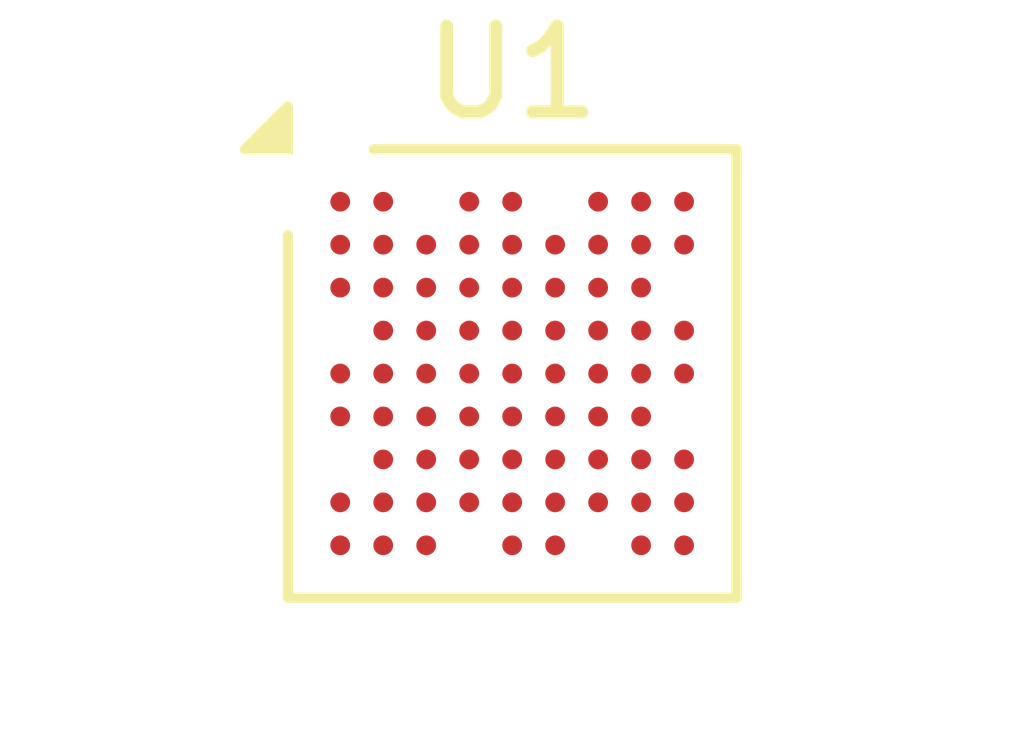
<source format=kicad_pcb>
(kicad_pcb (version 20240108) (generator "pcbnew") (generator_version "8.0")
  (layers (0 "F.Cu" signal) (31 "B.Cu" signal) (34 "B.Paste" user) (35 "F.Paste" user) (36 "B.SilkS" user "B.Silkscreen") (37 "F.SilkS" user "F.Silkscreen") (38 "B.Mask" user) (39 "F.Mask" user) (44 "Edge.Cuts" user))
  (net 0 "")
  (net 3 "Net-(U1-VSSRF-PadG6)")
  (net 7 "Net-(U1-VSS-PadB7)")
  (footprint "Package_BGA:ST_UFBGA-73_5x5mm_Layout9x9_P0.5mm" (layer "F.Cu") (at 138.5 95)
    (property "Reference" "U1" (at 0 -3.5 0) (layer "F.SilkS"))
    (property "Value" "STM32WL55JCIx")
    (fp_line (start -2.61 2.61) (end -2.61 -1.61) (stroke (width 0.12)) (layer "F.SilkS"))
    (fp_line (start -1.61 -2.61) (end 2.61 -2.61) (stroke (width 0.12)) (layer "F.SilkS"))
    (fp_line (start 2.61 -2.61) (end 2.61 2.61) (stroke (width 0.12)) (layer "F.SilkS"))
    (fp_line (start 2.61 2.61) (end -2.61 2.61) (stroke (width 0.12)) (layer "F.SilkS"))
    (fp_poly (pts (xy -2.61 -2.61) (xy -3.11 -2.61) (xy -2.61 -3.11) (xy -2.61 -2.61)) (stroke (width 0.12)) (fill solid) (layer "F.SilkS"))
    (pad "A1" smd circle (at -2 -2) (size 0.23 0.23) (property pad_prop_bga) (layers "F.Cu" "F.Paste" "F.Mask"))
    (pad "A2" smd circle (at -1.5 -2) (size 0.23 0.23) (property pad_prop_bga) (layers "F.Cu" "F.Paste" "F.Mask"))
    (pad "A4" smd circle (at -0.5 -2) (size 0.23 0.23) (property pad_prop_bga) (layers "F.Cu" "F.Paste" "F.Mask"))
    (pad "A5" smd circle (at 0 -2) (size 0.23 0.23) (property pad_prop_bga) (layers "F.Cu" "F.Paste" "F.Mask"))
    (pad "A7" smd circle (at 1 -2) (size 0.23 0.23) (property pad_prop_bga) (layers "F.Cu" "F.Paste" "F.Mask"))
    (pad "A8" smd circle (at 1.5 -2) (size 0.23 0.23) (property pad_prop_bga) (layers "F.Cu" "F.Paste" "F.Mask"))
    (pad "A9" smd circle (at 2 -2) (size 0.23 0.23) (property pad_prop_bga) (layers "F.Cu" "F.Paste" "F.Mask"))
    (pad "B1" smd circle (at -2 -1.5) (size 0.23 0.23) (property pad_prop_bga) (layers "F.Cu" "F.Paste" "F.Mask"))
    (pad "B2" smd circle (at -1.5 -1.5) (size 0.23 0.23) (property pad_prop_bga) (layers "F.Cu" "F.Paste" "F.Mask"))
    (pad "B3" smd circle (at -1 -1.5) (size 0.23 0.23) (property pad_prop_bga) (layers "F.Cu" "F.Paste" "F.Mask"))
    (pad "B4" smd circle (at -0.5 -1.5) (size 0.23 0.23) (property pad_prop_bga) (layers "F.Cu" "F.Paste" "F.Mask"))
    (pad "B5" smd circle (at 0 -1.5) (size 0.23 0.23) (property pad_prop_bga) (layers "F.Cu" "F.Paste" "F.Mask"))
    (pad "B6" smd circle (at 0.5 -1.5) (size 0.23 0.23) (property pad_prop_bga) (layers "F.Cu" "F.Paste" "F.Mask"))
    (pad "B7" smd circle (at 1 -1.5) (size 0.23 0.23) (property pad_prop_bga) (layers "F.Cu" "F.Paste" "F.Mask") (net 7 "Net-(U1-VSS-PadB7)"))
    (pad "B8" smd circle (at 1.5 -1.5) (size 0.23 0.23) (property pad_prop_bga) (layers "F.Cu" "F.Paste" "F.Mask"))
    (pad "B9" smd circle (at 2 -1.5) (size 0.23 0.23) (property pad_prop_bga) (layers "F.Cu" "F.Paste" "F.Mask"))
    (pad "C1" smd circle (at -2 -1) (size 0.23 0.23) (property pad_prop_bga) (layers "F.Cu" "F.Paste" "F.Mask"))
    (pad "C2" smd circle (at -1.5 -1) (size 0.23 0.23) (property pad_prop_bga) (layers "F.Cu" "F.Paste" "F.Mask"))
    (pad "C3" smd circle (at -1 -1) (size 0.23 0.23) (property pad_prop_bga) (layers "F.Cu" "F.Paste" "F.Mask"))
    (pad "C4" smd circle (at -0.5 -1) (size 0.23 0.23) (property pad_prop_bga) (layers "F.Cu" "F.Paste" "F.Mask"))
    (pad "C5" smd circle (at 0 -1) (size 0.23 0.23) (property pad_prop_bga) (layers "F.Cu" "F.Paste" "F.Mask"))
    (pad "C6" smd circle (at 0.5 -1) (size 0.23 0.23) (property pad_prop_bga) (layers "F.Cu" "F.Paste" "F.Mask"))
    (pad "C7" smd circle (at 1 -1) (size 0.23 0.23) (property pad_prop_bga) (layers "F.Cu" "F.Paste" "F.Mask"))
    (pad "C8" smd circle (at 1.5 -1) (size 0.23 0.23) (property pad_prop_bga) (layers "F.Cu" "F.Paste" "F.Mask"))
    (pad "D2" smd circle (at -1.5 -0.5) (size 0.23 0.23) (property pad_prop_bga) (layers "F.Cu" "F.Paste" "F.Mask"))
    (pad "D3" smd circle (at -1 -0.5) (size 0.23 0.23) (property pad_prop_bga) (layers "F.Cu" "F.Paste" "F.Mask"))
    (pad "D4" smd circle (at -0.5 -0.5) (size 0.23 0.23) (property pad_prop_bga) (layers "F.Cu" "F.Paste" "F.Mask"))
    (pad "D5" smd circle (at 0 -0.5) (size 0.23 0.23) (property pad_prop_bga) (layers "F.Cu" "F.Paste" "F.Mask"))
    (pad "D6" smd circle (at 0.5 -0.5) (size 0.23 0.23) (property pad_prop_bga) (layers "F.Cu" "F.Paste" "F.Mask"))
    (pad "D7" smd circle (at 1 -0.5) (size 0.23 0.23) (property pad_prop_bga) (layers "F.Cu" "F.Paste" "F.Mask"))
    (pad "D8" smd circle (at 1.5 -0.5) (size 0.23 0.23) (property pad_prop_bga) (layers "F.Cu" "F.Paste" "F.Mask"))
    (pad "D9" smd circle (at 2 -0.5) (size 0.23 0.23) (property pad_prop_bga) (layers "F.Cu" "F.Paste" "F.Mask") (net 7 "Net-(U1-VSS-PadB7)"))
    (pad "E1" smd circle (at -2 0) (size 0.23 0.23) (property pad_prop_bga) (layers "F.Cu" "F.Paste" "F.Mask"))
    (pad "E2" smd circle (at -1.5 0) (size 0.23 0.23) (property pad_prop_bga) (layers "F.Cu" "F.Paste" "F.Mask"))
    (pad "E3" smd circle (at -1 0) (size 0.23 0.23) (property pad_prop_bga) (layers "F.Cu" "F.Paste" "F.Mask") (net 7 "Net-(U1-VSS-PadB7)"))
    (pad "E4" smd circle (at -0.5 0) (size 0.23 0.23) (property pad_prop_bga) (layers "F.Cu" "F.Paste" "F.Mask"))
    (pad "E5" smd circle (at 0 0) (size 0.23 0.23) (property pad_prop_bga) (layers "F.Cu" "F.Paste" "F.Mask"))
    (pad "E6" smd circle (at 0.5 0) (size 0.23 0.23) (property pad_prop_bga) (layers "F.Cu" "F.Paste" "F.Mask"))
    (pad "E7" smd circle (at 1 0) (size 0.23 0.23) (property pad_prop_bga) (layers "F.Cu" "F.Paste" "F.Mask"))
    (pad "E8" smd circle (at 1.5 0) (size 0.23 0.23) (property pad_prop_bga) (layers "F.Cu" "F.Paste" "F.Mask"))
    (pad "E9" smd circle (at 2 0) (size 0.23 0.23) (property pad_prop_bga) (layers "F.Cu" "F.Paste" "F.Mask"))
    (pad "F1" smd circle (at -2 0.5) (size 0.23 0.23) (property pad_prop_bga) (layers "F.Cu" "F.Paste" "F.Mask"))
    (pad "F2" smd circle (at -1.5 0.5) (size 0.23 0.23) (property pad_prop_bga) (layers "F.Cu" "F.Paste" "F.Mask"))
    (pad "F3" smd circle (at -1 0.5) (size 0.23 0.23) (property pad_prop_bga) (layers "F.Cu" "F.Paste" "F.Mask"))
    (pad "F4" smd circle (at -0.5 0.5) (size 0.23 0.23) (property pad_prop_bga) (layers "F.Cu" "F.Paste" "F.Mask"))
    (pad "F5" smd circle (at 0 0.5) (size 0.23 0.23) (property pad_prop_bga) (layers "F.Cu" "F.Paste" "F.Mask"))
    (pad "F6" smd circle (at 0.5 0.5) (size 0.23 0.23) (property pad_prop_bga) (layers "F.Cu" "F.Paste" "F.Mask"))
    (pad "F7" smd circle (at 1 0.5) (size 0.23 0.23) (property pad_prop_bga) (layers "F.Cu" "F.Paste" "F.Mask"))
    (pad "F8" smd circle (at 1.5 0.5) (size 0.23 0.23) (property pad_prop_bga) (layers "F.Cu" "F.Paste" "F.Mask"))
    (pad "G2" smd circle (at -1.5 1) (size 0.23 0.23) (property pad_prop_bga) (layers "F.Cu" "F.Paste" "F.Mask"))
    (pad "G3" smd circle (at -1 1) (size 0.23 0.23) (property pad_prop_bga) (layers "F.Cu" "F.Paste" "F.Mask"))
    (pad "G4" smd circle (at -0.5 1) (size 0.23 0.23) (property pad_prop_bga) (layers "F.Cu" "F.Paste" "F.Mask"))
    (pad "G5" smd circle (at 0 1) (size 0.23 0.23) (property pad_prop_bga) (layers "F.Cu" "F.Paste" "F.Mask") (net 7 "Net-(U1-VSS-PadB7)"))
    (pad "G6" smd circle (at 0.5 1) (size 0.23 0.23) (property pad_prop_bga) (layers "F.Cu" "F.Paste" "F.Mask") (net 3 "Net-(U1-VSSRF-PadG6)"))
    (pad "G7" smd circle (at 1 1) (size 0.23 0.23) (property pad_prop_bga) (layers "F.Cu" "F.Paste" "F.Mask") (net 3 "Net-(U1-VSSRF-PadG6)"))
    (pad "G8" smd circle (at 1.5 1) (size 0.23 0.23) (property pad_prop_bga) (layers "F.Cu" "F.Paste" "F.Mask") (net 3 "Net-(U1-VSSRF-PadG6)"))
    (pad "G9" smd circle (at 2 1) (size 0.23 0.23) (property pad_prop_bga) (layers "F.Cu" "F.Paste" "F.Mask"))
    (pad "H1" smd circle (at -2 1.5) (size 0.23 0.23) (property pad_prop_bga) (layers "F.Cu" "F.Paste" "F.Mask"))
    (pad "H2" smd circle (at -1.5 1.5) (size 0.23 0.23) (property pad_prop_bga) (layers "F.Cu" "F.Paste" "F.Mask"))
    (pad "H3" smd circle (at -1 1.5) (size 0.23 0.23) (property pad_prop_bga) (layers "F.Cu" "F.Paste" "F.Mask"))
    (pad "H4" smd circle (at -0.5 1.5) (size 0.23 0.23) (property pad_prop_bga) (layers "F.Cu" "F.Paste" "F.Mask"))
    (pad "H5" smd circle (at 0 1.5) (size 0.23 0.23) (property pad_prop_bga) (layers "F.Cu" "F.Paste" "F.Mask"))
    (pad "H6" smd circle (at 0.5 1.5) (size 0.23 0.23) (property pad_prop_bga) (layers "F.Cu" "F.Paste" "F.Mask") (net 3 "Net-(U1-VSSRF-PadG6)"))
    (pad "H7" smd circle (at 1 1.5) (size 0.23 0.23) (property pad_prop_bga) (layers "F.Cu" "F.Paste" "F.Mask"))
    (pad "H8" smd circle (at 1.5 1.5) (size 0.23 0.23) (property pad_prop_bga) (layers "F.Cu" "F.Paste" "F.Mask"))
    (pad "H9" smd circle (at 2 1.5) (size 0.23 0.23) (property pad_prop_bga) (layers "F.Cu" "F.Paste" "F.Mask"))
    (pad "J1" smd circle (at -2 2) (size 0.23 0.23) (property pad_prop_bga) (layers "F.Cu" "F.Paste" "F.Mask"))
    (pad "J2" smd circle (at -1.5 2) (size 0.23 0.23) (property pad_prop_bga) (layers "F.Cu" "F.Paste" "F.Mask"))
    (pad "J3" smd circle (at -1 2) (size 0.23 0.23) (property pad_prop_bga) (layers "F.Cu" "F.Paste" "F.Mask"))
    (pad "J5" smd circle (at 0 2) (size 0.23 0.23) (property pad_prop_bga) (layers "F.Cu" "F.Paste" "F.Mask"))
    (pad "J6" smd circle (at 0.5 2) (size 0.23 0.23) (property pad_prop_bga) (layers "F.Cu" "F.Paste" "F.Mask"))
    (pad "J8" smd circle (at 1.5 2) (size 0.23 0.23) (property pad_prop_bga) (layers "F.Cu" "F.Paste" "F.Mask"))
    (pad "J9" smd circle (at 2 2) (size 0.23 0.23) (property pad_prop_bga) (layers "F.Cu" "F.Paste" "F.Mask"))
  )
)
</source>
